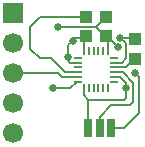
<source format=gtl>
G04 DipTrace 3.0.0.1*
G04 mpu9250.GTL*
%MOIN*%
G04 #@! TF.FileFunction,Copper,L1,Top*
G04 #@! TF.Part,Single*
G04 #@! TA.AperFunction,Conductor*
%ADD14C,0.008*%
%ADD15C,0.007874*%
%ADD17R,0.043307X0.03937*%
%ADD18R,0.03937X0.043307*%
G04 #@! TA.AperFunction,ComponentPad*
%ADD19R,0.066929X0.066929*%
%ADD20C,0.066929*%
%ADD21R,0.03X0.06*%
%ADD23O,0.007874X0.027559*%
%ADD24O,0.027559X0.007874*%
G04 #@! TA.AperFunction,ViaPad*
%ADD25C,0.025*%
%FSLAX26Y26*%
G04*
G70*
G90*
G75*
G01*
G04 Top*
%LPD*%
X783071Y742225D2*
D14*
Y787795D1*
X777166Y793701D1*
X718701Y487452D2*
Y581201D1*
X704331Y595571D1*
Y620177D1*
X777166Y793701D2*
X781201D1*
X818701Y756201D1*
X843701Y618701D2*
Y637450D1*
X823572Y657579D1*
X804725D1*
X618701Y824950D2*
X743701D1*
X774950Y793701D1*
X777166D1*
X718701Y581201D2*
X837452D1*
X843701Y587450D1*
Y618701D1*
X743701Y824950D2*
X777166Y856201D1*
X704331Y742225D2*
Y787795D1*
X710236Y793701D1*
X824952Y787450D2*
X870918D1*
X874952Y783416D1*
X793701Y487452D2*
X837452D1*
X887450Y537450D1*
Y656201D1*
X874950Y668701D1*
X804725Y704823D2*
D15*
X829823D1*
D14*
X843701Y718701D1*
Y768701D1*
X824952Y787450D1*
X682677Y704823D2*
X657579D1*
X649950Y712452D1*
Y724950D1*
Y762452D1*
X665575Y778076D1*
X710236Y793701D2*
Y787450D1*
X674949D1*
X665575Y778076D1*
X804725Y689075D2*
X845326D1*
X872738Y716487D1*
X874952D1*
X804725Y673327D2*
X832826D1*
X868701Y637452D1*
Y574949D1*
X856202Y562450D1*
X793701D1*
X756201Y524950D1*
Y487452D1*
X682677Y657579D2*
X629823D1*
X618701Y668701D1*
X468701D1*
X682677Y641831D2*
D15*
X679331D1*
D14*
X656201Y618701D1*
X599951D1*
X682677Y673327D2*
X639075D1*
X593701Y718701D1*
X556201D1*
X524950Y749952D1*
Y824950D1*
X556201Y856201D1*
X710236D1*
D25*
X818701Y756201D3*
X843701Y618701D3*
X618701Y824950D3*
X843701Y618701D3*
X874950Y668701D3*
X665575Y778076D3*
X649950Y724950D3*
X599951Y618701D3*
X824952Y787450D3*
D17*
X777166Y793701D3*
X710236D3*
D18*
X874952Y716487D3*
Y783416D3*
D19*
X468701Y868701D3*
D20*
Y768701D3*
Y668701D3*
Y568701D3*
Y468701D3*
D21*
X793701Y487452D3*
X756201D3*
X718701D3*
D17*
X710236Y856201D3*
X777166D3*
D23*
X704331Y620177D3*
X720079D3*
X735827D3*
X751575D3*
X767323D3*
D24*
X804725Y641831D3*
Y657579D3*
Y673327D3*
Y689075D3*
Y704823D3*
D23*
X767323Y742225D3*
X751575D3*
X735827D3*
X720079D3*
X704331D3*
D24*
X682677Y704823D3*
Y689075D3*
Y673327D3*
Y657579D3*
Y641831D3*
X804725Y720571D3*
X682677D3*
D23*
X783071Y620177D3*
Y742225D3*
M02*

</source>
